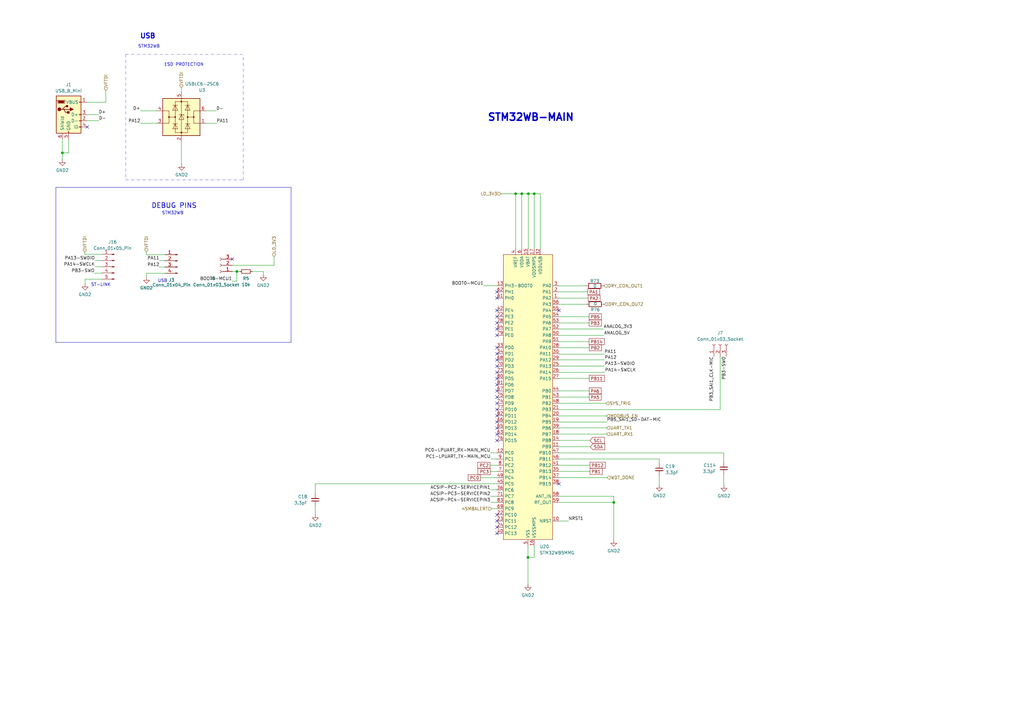
<source format=kicad_sch>
(kicad_sch (version 20231120) (generator "eeschema") (generator_version "8.0")
  (paper "A3")
  (title_block (title "PWX-Schematic_Repo") (date "2024-10-04") (rev "0") (company "Packetworx") (comment 1 "J.Javier"))
  (lib_symbols
    (symbol "Connector:Conn_01x03_Socket" (pin_names (offset 1.016) hide)
      (property "Reference" "J" (at 0 5.08 0))
      (property "Value" "Conn_01x03_Socket" (at 0 -5.08 0))
      (symbol "Conn_01x03_Socket_1_1"
        (arc (start 0 -2.032) (mid -0.5058 -2.54) (end 0 -3.048) (stroke (width 0.1524)))
        (polyline (pts (xy -1.27 -2.54) (xy -0.508 -2.54)) (stroke (width 0.1524)))
        (polyline (pts (xy -1.27 0) (xy -0.508 0)) (stroke (width 0.1524)))
        (polyline (pts (xy -1.27 2.54) (xy -0.508 2.54)) (stroke (width 0.1524)))
        (arc (start 0 0.508) (mid -0.5058 0) (end 0 -0.508) (stroke (width 0.1524)))
        (arc (start 0 3.048) (mid -0.5058 2.54) (end 0 2.032) (stroke (width 0.1524)))
        (pin passive line (at -5.08 2.54 0) (length 3.81) (name "Pin_1") (number "1"))
        (pin passive line (at -5.08 0 0) (length 3.81) (name "Pin_2") (number "2"))
        (pin passive line (at -5.08 -2.54 0) (length 3.81) (name "Pin_3") (number "3"))
      )
    )
    (symbol "Connector:Conn_01x04_Pin" (pin_names (offset 1.016) hide)
      (property "Reference" "J" (at 0 5.08 0))
      (property "Value" "Conn_01x04_Pin" (at 0 -7.62 0))
      (symbol "Conn_01x04_Pin_1_1"
        (polyline (pts (xy 1.27 -5.08) (xy 0.8636 -5.08)) (stroke (width 0.1524)))
        (polyline (pts (xy 1.27 -2.54) (xy 0.8636 -2.54)) (stroke (width 0.1524)))
        (polyline (pts (xy 1.27 0) (xy 0.8636 0)) (stroke (width 0.1524)))
        (polyline (pts (xy 1.27 2.54) (xy 0.8636 2.54)) (stroke (width 0.1524)))
        (rectangle (start 0.8636 -4.953) (end 0 -5.207) (stroke (width 0.1524)) (fill (type outline)))
        (rectangle (start 0.8636 -2.413) (end 0 -2.667) (stroke (width 0.1524)) (fill (type outline)))
        (rectangle (start 0.8636 0.127) (end 0 -0.127) (stroke (width 0.1524)) (fill (type outline)))
        (rectangle (start 0.8636 2.667) (end 0 2.413) (stroke (width 0.1524)) (fill (type outline)))
        (pin passive line (at 5.08 2.54 180) (length 3.81) (name "Pin_1") (number "1"))
        (pin passive line (at 5.08 0 180) (length 3.81) (name "Pin_2") (number "2"))
        (pin passive line (at 5.08 -2.54 180) (length 3.81) (name "Pin_3") (number "3"))
        (pin passive line (at 5.08 -5.08 180) (length 3.81) (name "Pin_4") (number "4"))
      )
    )
    (symbol "Connector:Conn_01x05_Pin" (pin_names (offset 1.016) hide)
      (property "Reference" "J" (at 0 7.62 0))
      (property "Value" "Conn_01x05_Pin" (at 0 -7.62 0))
      (symbol "Conn_01x05_Pin_1_1"
        (polyline (pts (xy 1.27 -5.08) (xy 0.8636 -5.08)) (stroke (width 0.1524)))
        (polyline (pts (xy 1.27 -2.54) (xy 0.8636 -2.54)) (stroke (width 0.1524)))
        (polyline (pts (xy 1.27 0) (xy 0.8636 0)) (stroke (width 0.1524)))
        (polyline (pts (xy 1.27 2.54) (xy 0.8636 2.54)) (stroke (width 0.1524)))
        (polyline (pts (xy 1.27 5.08) (xy 0.8636 5.08)) (stroke (width 0.1524)))
        (rectangle (start 0.8636 -4.953) (end 0 -5.207) (stroke (width 0.1524)) (fill (type outline)))
        (rectangle (start 0.8636 -2.413) (end 0 -2.667) (stroke (width 0.1524)) (fill (type outline)))
        (rectangle (start 0.8636 0.127) (end 0 -0.127) (stroke (width 0.1524)) (fill (type outline)))
        (rectangle (start 0.8636 2.667) (end 0 2.413) (stroke (width 0.1524)) (fill (type outline)))
        (rectangle (start 0.8636 5.207) (end 0 4.953) (stroke (width 0.1524)) (fill (type outline)))
        (pin passive line (at 5.08 5.08 180) (length 3.81) (name "Pin_1") (number "1"))
        (pin passive line (at 5.08 2.54 180) (length 3.81) (name "Pin_2") (number "2"))
        (pin passive line (at 5.08 0 180) (length 3.81) (name "Pin_3") (number "3"))
        (pin passive line (at 5.08 -2.54 180) (length 3.81) (name "Pin_4") (number "4"))
        (pin passive line (at 5.08 -5.08 180) (length 3.81) (name "Pin_5") (number "5"))
      )
    )
    (symbol "Connector:USB_B_Mini" (pin_names (offset 1.016))
      (property "Reference" "J" (at -5.08 11.43 0))
      (property "Value" "USB_B_Mini" (at -5.08 8.89 0))
      (symbol "USB_B_Mini_0_1"
        (rectangle (start -5.08 -7.62) (end 5.08 7.62) (stroke (width 0.254)) (fill (type background)))
        (circle (center -3.81 2.159) (radius 0.635) (stroke (width 0.254)) (fill (type outline)))
        (circle (center -0.635 3.429) (radius 0.381) (stroke (width 0.254)) (fill (type outline)))
        (rectangle (start -0.127 -7.62) (end 0.127 -6.858))
        (polyline (pts (xy -1.905 2.159) (xy 0.635 2.159)) (stroke (width 0.254)))
        (polyline (pts (xy -3.175 2.159) (xy -2.54 2.159) (xy -1.27 3.429) (xy -0.635 3.429)) (stroke (width 0.254)))
        (polyline (pts (xy -2.54 2.159) (xy -1.905 2.159) (xy -1.27 0.889) (xy 0 0.889)) (stroke (width 0.254)))
        (polyline (pts (xy 0.635 2.794) (xy 0.635 1.524) (xy 1.905 2.159) (xy 0.635 2.794)) (stroke (width 0.254)) (fill (type outline)))
        (polyline (pts (xy -4.318 5.588) (xy -1.778 5.588) (xy -2.032 4.826) (xy -4.064 4.826) (xy -4.318 5.588)) (fill (type outline)))
        (polyline (pts (xy -4.699 5.842) (xy -4.699 5.588) (xy -4.445 4.826) (xy -4.445 4.572) (xy -1.651 4.572) (xy -1.651 4.826) (xy -1.397 5.588) (xy -1.397 5.842) (xy -4.699 5.842)))
        (rectangle (start 0.254 1.27) (end -0.508 0.508) (stroke (width 0.254)) (fill (type outline)))
        (rectangle (start 5.08 -5.207) (end 4.318 -4.953))
        (rectangle (start 5.08 -2.667) (end 4.318 -2.413))
        (rectangle (start 5.08 -0.127) (end 4.318 0.127))
        (rectangle (start 5.08 4.953) (end 4.318 5.207))
      )
      (symbol "USB_B_Mini_1_1"
        (pin power_out line (at 7.62 5.08 180) (length 2.54) (name "VBUS") (number "1"))
        (pin bidirectional line (at 7.62 -2.54 180) (length 2.54) (name "D-") (number "2"))
        (pin bidirectional line (at 7.62 0 180) (length 2.54) (name "D+") (number "3"))
        (pin passive line (at 7.62 -5.08 180) (length 2.54) (name "ID") (number "4"))
        (pin power_out line (at 0 -10.16 90) (length 2.54) (name "GND") (number "5"))
        (pin passive line (at -2.54 -10.16 90) (length 2.54) (name "Shield") (number "6"))
      )
    )
    (symbol "Device:C_Small" (pin_numbers hide) (pin_names (offset 0.254) hide)
      (property "Reference" "C" (at 0.254 1.778 0))
      (property "Value" "C_Small" (at 0.254 -2.032 0))
      (symbol "C_Small_0_1"
        (polyline (pts (xy -1.524 -0.508) (xy 1.524 -0.508)) (stroke (width 0.3302)))
        (polyline (pts (xy -1.524 0.508) (xy 1.524 0.508)) (stroke (width 0.3048)))
      )
      (symbol "C_Small_1_1"
        (pin passive line (at 0 2.54 270) (length 2.032) (name "~") (number "1"))
        (pin passive line (at 0 -2.54 90) (length 2.032) (name "~") (number "2"))
      )
    )
    (symbol "Device:R" (pin_numbers hide) (pin_names (offset 0))
      (property "Reference" "R" (at 2.032 0 90))
      (property "Value" "R" (at 0 0 90))
      (symbol "R_0_1"
        (rectangle (start -1.016 -2.54) (end 1.016 2.54) (stroke (width 0.254)))
      )
      (symbol "R_1_1"
        (pin passive line (at 0 3.81 270) (length 1.27) (name "~") (number "1"))
        (pin passive line (at 0 -3.81 90) (length 1.27) (name "~") (number "2"))
      )
    )
    (symbol "Device:R_Small" (pin_numbers hide) (pin_names (offset 0.254) hide)
      (property "Reference" "R" (at 0.762 0.508 0))
      (property "Value" "R_Small" (at 0.762 -1.016 0))
      (symbol "R_Small_0_1"
        (rectangle (start -0.762 1.778) (end 0.762 -1.778) (stroke (width 0.2032)))
      )
      (symbol "R_Small_1_1"
        (pin passive line (at 0 2.54 270) (length 0.762) (name "~") (number "1"))
        (pin passive line (at 0 -2.54 90) (length 0.762) (name "~") (number "2"))
      )
    )
    (symbol "Power_Protection:USBLC6-2SC6" (pin_names hide)
      (property "Reference" "U" (at 2.54 8.89 0))
      (property "Value" "USBLC6-2SC6" (at 2.54 -8.89 0))
      (symbol "USBLC6-2SC6_0_1"
        (rectangle (start -7.62 -7.62) (end 7.62 7.62) (stroke (width 0.254)) (fill (type background)))
        (circle (center -5.08 0) (radius 0.254) (fill (type outline)))
        (circle (center -2.54 0) (radius 0.254) (fill (type outline)))
        (rectangle (start -2.54 6.35) (end 2.54 -6.35))
        (circle (center 0 -6.35) (radius 0.254) (fill (type outline)))
        (polyline (pts (xy -5.08 -2.54) (xy -7.62 -2.54)))
        (polyline (pts (xy -5.08 0) (xy -5.08 -2.54)))
        (polyline (pts (xy -5.08 2.54) (xy -7.62 2.54)))
        (polyline (pts (xy -1.524 -2.794) (xy -3.556 -2.794)))
        (polyline (pts (xy -1.524 4.826) (xy -3.556 4.826)))
        (polyline (pts (xy 0 -7.62) (xy 0 -6.35)))
        (polyline (pts (xy 0 -6.35) (xy 0 1.27)))
        (polyline (pts (xy 0 1.27) (xy 0 6.35)))
        (polyline (pts (xy 0 6.35) (xy 0 7.62)))
        (polyline (pts (xy 1.524 -2.794) (xy 3.556 -2.794)))
        (polyline (pts (xy 1.524 4.826) (xy 3.556 4.826)))
        (polyline (pts (xy 5.08 -2.54) (xy 7.62 -2.54)))
        (polyline (pts (xy 5.08 0) (xy 5.08 -2.54)))
        (polyline (pts (xy 5.08 2.54) (xy 7.62 2.54)))
        (polyline (pts (xy -2.54 0) (xy -5.08 0) (xy -5.08 2.54)))
        (polyline (pts (xy 2.54 0) (xy 5.08 0) (xy 5.08 2.54)))
        (polyline (pts (xy -3.556 -4.826) (xy -1.524 -4.826) (xy -2.54 -2.794) (xy -3.556 -4.826)))
        (polyline (pts (xy -3.556 2.794) (xy -1.524 2.794) (xy -2.54 4.826) (xy -3.556 2.794)))
        (polyline (pts (xy -1.016 -1.016) (xy 1.016 -1.016) (xy 0 1.016) (xy -1.016 -1.016)))
        (polyline (pts (xy 1.016 1.016) (xy 0.762 1.016) (xy -1.016 1.016) (xy -1.016 0.508)))
        (polyline (pts (xy 3.556 -4.826) (xy 1.524 -4.826) (xy 2.54 -2.794) (xy 3.556 -4.826)))
        (polyline (pts (xy 3.556 2.794) (xy 1.524 2.794) (xy 2.54 4.826) (xy 3.556 2.794)))
        (circle (center 0 6.35) (radius 0.254) (fill (type outline)))
        (circle (center 2.54 0) (radius 0.254) (fill (type outline)))
        (circle (center 5.08 0) (radius 0.254) (fill (type outline)))
      )
      (symbol "USBLC6-2SC6_1_1"
        (pin passive line (at -10.16 -2.54 0) (length 2.54) (name "I/O1") (number "1"))
        (pin passive line (at 0 -10.16 90) (length 2.54) (name "GND") (number "2"))
        (pin passive line (at 10.16 -2.54 180) (length 2.54) (name "I/O2") (number "3"))
        (pin passive line (at 10.16 2.54 180) (length 2.54) (name "I/O2") (number "4"))
        (pin passive line (at 0 10.16 270) (length 2.54) (name "VBUS") (number "5"))
        (pin passive line (at -10.16 2.54 0) (length 2.54) (name "I/O1") (number "6"))
      )
    )
    (symbol "RF_Module:STM32WB5MMG"
      (property "Reference" "U" (at 7.62 59.69 0))
      (property "Value" "STM32WB5MMG" (at 10.16 -59.69 0))
      (symbol "STM32WB5MMG_1_1"
        (rectangle (start -10.16 58.42) (end 10.16 -58.42) (fill (type background)))
        (pin bidirectional line (at 12.7 40.64 180) (length 2.54) (name "PA2") (number "1"))
        (pin input line (at 12.7 -50.8 180) (length 2.54) (name "NRST") (number "10"))
        (pin bidirectional line (at 12.7 -20.32 180) (length 2.54) (name "PB9") (number "11"))
        (pin bidirectional line (at -12.7 -22.86 0) (length 2.54) (name "PC0") (number "12"))
        (pin bidirectional line (at -12.7 45.72 0) (length 2.54) (name "PH3-BOOT0") (number "13"))
        (pin bidirectional line (at 12.7 -17.78 180) (length 2.54) (name "PB8") (number "14"))
        (pin power_in line (at 0 60.96 270) (length 2.54) (name "VBAT") (number "15"))
        (pin power_in line (at 2.54 -60.96 90) (length 2.54) (name "VSSSMPS") (number "16"))
        (pin power_in line (at 2.54 60.96 270) (length 2.54) (name "VDDSMPS") (number "17"))
        (pin bidirectional line (at 12.7 -15.24 180) (length 2.54) (name "PB7") (number "18"))
        (pin bidirectional line (at 12.7 -10.16 180) (length 2.54) (name "PB5") (number "19"))
        (pin bidirectional line (at 12.7 43.18 180) (length 2.54) (name "PA1") (number "2"))
        (pin bidirectional line (at 12.7 -7.62 180) (length 2.54) (name "PB4") (number "20"))
        (pin bidirectional line (at 12.7 -5.08 180) (length 2.54) (name "PB3") (number "21"))
        (pin bidirectional line (at -12.7 -48.26 0) (length 2.54) (name "PC10") (number "22"))
        (pin bidirectional line (at -12.7 -50.8 0) (length 2.54) (name "PC11") (number "23"))
        (pin bidirectional line (at -12.7 -53.34 0) (length 2.54) (name "PC12") (number "24"))
        (pin bidirectional line (at 12.7 12.7 180) (length 2.54) (name "PA13") (number "25"))
        (pin bidirectional line (at 12.7 10.16 180) (length 2.54) (name "PA14") (number "26"))
        (pin bidirectional line (at 12.7 7.62 180) (length 2.54) (name "PA15") (number "27"))
        (pin bidirectional line (at 12.7 20.32 180) (length 2.54) (name "PA10") (number "28"))
        (pin bidirectional line (at 12.7 15.24 180) (length 2.54) (name "PA12") (number "29"))
        (pin bidirectional line (at 12.7 45.72 180) (length 2.54) (name "PA0") (number "3"))
        (pin bidirectional line (at 12.7 17.78 180) (length 2.54) (name "PA11") (number "30"))
        (pin passive line (at 0 -60.96 90) (length 2.54) hide (name "VSS") (number "31"))
        (pin power_in line (at 5.08 60.96 270) (length 2.54) (name "VDDUSB") (number "32"))
        (pin bidirectional line (at -12.7 20.32 0) (length 2.54) (name "PD0") (number "33"))
        (pin bidirectional line (at -12.7 17.78 0) (length 2.54) (name "PD1") (number "34"))
        (pin bidirectional line (at 12.7 -30.48 180) (length 2.54) (name "PB13") (number "35"))
        (pin bidirectional line (at -12.7 -38.1 0) (length 2.54) (name "PC6") (number "36"))
        (pin bidirectional line (at 12.7 -33.02 180) (length 2.54) (name "PB14") (number "37"))
        (pin bidirectional line (at 12.7 -35.56 180) (length 2.54) (name "PB15") (number "38"))
        (pin bidirectional line (at 12.7 -12.7 180) (length 2.54) (name "PB6") (number "39"))
        (pin input line (at -5.08 60.96 270) (length 2.54) (name "VREF") (number "4"))
        (pin bidirectional line (at -12.7 -55.88 0) (length 2.54) (name "PC13") (number "40"))
        (pin bidirectional line (at 12.7 -27.94 180) (length 2.54) (name "PB12") (number "41"))
        (pin bidirectional line (at -12.7 35.56 0) (length 2.54) (name "PE4") (number "42"))
        (pin bidirectional line (at 12.7 0 180) (length 2.54) (name "PB1") (number "43"))
        (pin bidirectional line (at 12.7 2.54 180) (length 2.54) (name "PB0") (number "44"))
        (pin bidirectional line (at -12.7 -35.56 0) (length 2.54) (name "PC5") (number "45"))
        (pin bidirectional line (at 12.7 -25.4 180) (length 2.54) (name "PB11") (number "46"))
        (pin bidirectional line (at 12.7 -22.86 180) (length 2.54) (name "PB10") (number "47"))
        (pin bidirectional line (at 12.7 -2.54 180) (length 2.54) (name "PB2") (number "48"))
        (pin bidirectional line (at -12.7 -33.02 0) (length 2.54) (name "PC4") (number "49"))
        (pin power_in line (at 0 -60.96 90) (length 2.54) (name "VSS") (number "5"))
        (pin bidirectional line (at 12.7 25.4 180) (length 2.54) (name "PA8") (number "50"))
        (pin bidirectional line (at 12.7 22.86 180) (length 2.54) (name "PA9") (number "51"))
        (pin bidirectional line (at 12.7 27.94 180) (length 2.54) (name "PA7") (number "52"))
        (pin bidirectional line (at 12.7 30.48 180) (length 2.54) (name "PA6") (number "53"))
        (pin bidirectional line (at 12.7 33.02 180) (length 2.54) (name "PA5") (number "54"))
        (pin bidirectional line (at 12.7 35.56 180) (length 2.54) (name "PA4") (number "55"))
        (pin bidirectional line (at 12.7 38.1 180) (length 2.54) (name "PA3") (number "56"))
        (pin passive line (at 0 -60.96 90) (length 2.54) hide (name "VSS") (number "57"))
        (pin passive line (at 12.7 -40.64 180) (length 2.54) (name "ANT_IN") (number "58"))
        (pin passive line (at 12.7 -43.18 180) (length 2.54) (name "RF_OUT") (number "59"))
        (pin power_in line (at -2.54 60.96 270) (length 2.54) (name "VDDA") (number "6"))
        (pin passive line (at 0 -60.96 90) (length 2.54) hide (name "VSS") (number "60"))
        (pin bidirectional line (at -12.7 40.64 0) (length 2.54) (name "PH0") (number "61"))
        (pin bidirectional line (at -12.7 43.18 0) (length 2.54) (name "PH1") (number "62"))
        (pin bidirectional line (at -12.7 -15.24 0) (length 2.54) (name "PD14") (number "63"))
        (pin bidirectional line (at -12.7 27.94 0) (length 2.54) (name "PE1") (number "64"))
        (pin bidirectional line (at -12.7 -12.7 0) (length 2.54) (name "PD13") (number "65"))
        (pin bidirectional line (at -12.7 -10.16 0) (length 2.54) (name "PD12") (number "66"))
        (pin bidirectional line (at -12.7 2.54 0) (length 2.54) (name "PD7") (number "67"))
        (pin bidirectional line (at -12.7 15.24 0) (length 2.54) (name "PD2") (number "68"))
        (pin bidirectional line (at -12.7 -45.72 0) (length 2.54) (name "PC9") (number "69"))
        (pin bidirectional line (at -12.7 -30.48 0) (length 2.54) (name "PC3") (number "7"))
        (pin bidirectional line (at -12.7 12.7 0) (length 2.54) (name "PD3") (number "70"))
        (pin bidirectional line (at -12.7 -40.64 0) (length 2.54) (name "PC7") (number "71"))
        (pin bidirectional line (at -12.7 33.02 0) (length 2.54) (name "PE3") (number "72"))
        (pin bidirectional line (at -12.7 10.16 0) (length 2.54) (name "PD4") (number "73"))
        (pin bidirectional line (at -12.7 -2.54 0) (length 2.54) (name "PD9") (number "74"))
        (pin bidirectional line (at -12.7 0 0) (length 2.54) (name "PD8") (number "75"))
        (pin bidirectional line (at -12.7 -17.78 0) (length 2.54) (name "PD15") (number "76"))
        (pin bidirectional line (at -12.7 -5.08 0) (length 2.54) (name "PD10") (number "77"))
        (pin bidirectional line (at -12.7 30.48 0) (length 2.54) (name "PE2") (number "78"))
        (pin bidirectional line (at -12.7 25.4 0) (length 2.54) (name "PE0") (number "79"))
        (pin bidirectional line (at -12.7 -27.94 0) (length 2.54) (name "PC2") (number "8"))
        (pin bidirectional line (at -12.7 7.62 0) (length 2.54) (name "PD5") (number "80"))
        (pin bidirectional line (at -12.7 5.08 0) (length 2.54) (name "PD6") (number "81"))
        (pin bidirectional line (at -12.7 -7.62 0) (length 2.54) (name "PD11") (number "82"))
        (pin bidirectional line (at -12.7 -43.18 0) (length 2.54) (name "PC8") (number "83"))
        (pin passive line (at 0 -60.96 90) (length 2.54) hide (name "VSS") (number "84"))
        (pin no_connect line (at 10.16 -45.72 180) (length 2.54) hide (name "ANT_NC") (number "85"))
        (pin passive line (at 0 -60.96 90) (length 2.54) hide (name "VSS") (number "86"))
        (pin bidirectional line (at -12.7 -25.4 0) (length 2.54) (name "PC1") (number "9"))
      )
    )
    (symbol "power:GND2" (power) (pin_names (offset 0))
      (property "Value" "GND2" (at 0 -3.81 0))
      (symbol "GND2_0_1"
        (polyline (pts (xy 0 0) (xy 0 -1.27) (xy 1.27 -1.27) (xy 0 -2.54) (xy -1.27 -1.27) (xy 0 -1.27)))
      )
      (symbol "GND2_1_1"
        (pin power_in line (at 0 0 270) (length 0) hide (name "GND2") (number "1"))
      )
    )
  )
  (junction (at 214.0096 79.4445))
  (junction (at 216.5496 228.6386))
  (junction (at 211.4696 79.4445))
  (junction (at 25.5975 62.697))
  (junction (at 251.7436 206.073))
  (junction (at 97.1491 111.3477))
  (junction (at 216.709 79.4445))
  (junction (at 219.1095 79.4445))
  (no_connect (at 203.8496 216.233))
  (no_connect (at 203.8496 160.353))
  (no_connect (at 229.2496 127.333))
  (no_connect (at 203.8496 132.413))
  (no_connect (at 203.8496 122.253))
  (no_connect (at 35.7575 52.0709))
  (no_connect (at 203.8496 145.113))
  (no_connect (at 203.8496 218.773))
  (no_connect (at 203.8496 142.573))
  (no_connect (at 229.2496 198.453))
  (no_connect (at 203.8496 127.333))
  (no_connect (at 203.8496 152.733))
  (no_connect (at 203.8496 211.153))
  (no_connect (at 203.8496 178.133))
  (no_connect (at 203.8496 150.193))
  (no_connect (at 203.8496 147.653))
  (no_connect (at 203.8496 170.513))
  (no_connect (at 203.8496 165.433))
  (no_connect (at 203.8496 175.593))
  (no_connect (at 203.8496 119.713))
  (no_connect (at 203.8496 213.693))
  (no_connect (at 203.8496 173.053))
  (no_connect (at 203.8496 155.273))
  (no_connect (at 95.2995 106.2785))
  (no_connect (at 203.8496 157.813))
  (no_connect (at 203.8496 137.493))
  (no_connect (at 203.8496 162.893))
  (no_connect (at 203.8496 167.973))
  (no_connect (at 203.8496 129.873))
  (no_connect (at 203.8496 180.673))
  (no_connect (at 203.8496 134.953))
  (wire (pts (xy 25.5975 62.697) (xy 25.5975 65.4385)))
  (wire (pts (xy 28.1375 57.1509) (xy 28.1375 62.697)))
  (wire (pts (xy 241.9868 180.6347) (xy 229.2496 180.6347)))
  (wire (pts (xy 229.2496 160.3383) (xy 229.2496 160.353)))
  (wire (pts (xy 28.1375 62.697) (xy 25.5975 62.697)))
  (wire (pts (xy 295.3667 167.9881) (xy 295.3667 146.2044)))
  (wire (pts (xy 229.2496 117.2504) (xy 229.2496 117.173)))
  (wire (pts (xy 241.6659 160.3383) (xy 229.2496 160.3383)))
  (wire (pts (xy 241.6733 162.8675) (xy 229.2496 162.8675)))
  (wire (pts (xy 229.2496 180.6347) (xy 229.2496 180.673)))
  (polyline (pts (xy 119.3757 140.4537) (xy 119.3757 76.8597)))
  (wire (pts (xy 233.1213 213.693) (xy 233.1213 213.6879)))
  (wire (pts (xy 216.709 101.933) (xy 216.5496 101.933)))
  (wire (pts (xy 201.1775 185.753) (xy 201.1775 185.646)))
  (wire (pts (xy 65.3831 106.8591) (xy 67.6636 106.8591)))
  (wire (pts (xy 95.2995 111.3477) (xy 95.2995 111.3585)))
  (wire (pts (xy 97.1491 111.3477) (xy 97.1491 115.3169)))
  (wire (pts (xy 112.4134 108.8185) (xy 112.4134 105.214)))
  (wire (pts (xy 240.3141 124.764) (xy 229.2496 124.764)))
  (wire (pts (xy 219.1095 79.4445) (xy 219.1095 101.933)))
  (wire (pts (xy 34.7875 104.3183) (xy 41.7433 104.3183)))
  (wire (pts (xy 229.2496 178.0424) (xy 229.2496 178.133)))
  (wire (pts (xy 229.2496 170.5995) (xy 229.2496 170.513)))
  (wire (pts (xy 229.2496 132.4695) (xy 229.2496 132.413)))
  (wire (pts (xy 201.2363 188.2363) (xy 203.8496 188.2363)))
  (wire (pts (xy 129.3016 211.078) (xy 129.3423 211.078)))
  (wire (pts (xy 97.1491 111.3477) (xy 95.2995 111.3477)))
  (wire (pts (xy 203.8496 203.5125) (xy 203.8496 203.533)))
  (wire (pts (xy 248.7583 175.4987) (xy 229.2496 175.4987)))
  (wire (pts (xy 129.3016 198.8141) (xy 129.3016 202.4329)))
  (wire (pts (xy 84.56 45.4763) (xy 88.6682 45.4763)))
  (wire (pts (xy 229.2496 195.8857) (xy 229.2496 195.913)))
  (wire (pts (xy 247.5421 134.9381) (xy 229.2496 134.9381)))
  (wire (pts (xy 248.5057 165.424) (xy 229.2496 165.424)))
  (wire (pts (xy 216.5496 223.853) (xy 216.5496 228.6386)))
  (wire (pts (xy 95.2995 108.8185) (xy 112.4134 108.8185)))
  (wire (pts (xy 229.2496 150.1415) (xy 229.2496 150.193)))
  (wire (pts (xy 34.7875 103.396) (xy 34.7875 104.3183)))
  (wire (pts (xy 248.7144 170.5995) (xy 229.2496 170.5995)))
  (wire (pts (xy 201.6616 208.66) (xy 201.6616 208.613)))
  (wire (pts (xy 296.8584 194.638) (xy 296.8584 198.9933)))
  (wire (pts (xy 41.7433 106.8428) (xy 41.7433 106.8583)))
  (wire (pts (xy 201.0135 190.833) (xy 203.8496 190.833)))
  (wire (pts (xy 67.6636 106.8591) (xy 67.6636 106.9783)))
  (wire (pts (xy 216.709 79.4445) (xy 219.1095 79.4445)))
  (wire (pts (xy 129.3524 198.8141) (xy 129.3016 198.8141)))
  (wire (pts (xy 64.24 45.4763) (xy 57.5761 45.4763)))
  (wire (pts (xy 201.134 206.0444) (xy 203.8496 206.0444)))
  (wire (pts (xy 129.3524 198.453) (xy 203.8496 198.453)))
  (wire (pts (xy 98.3401 111.3477) (xy 97.1491 111.3477)))
  (wire (pts (xy 219.0896 228.6386) (xy 216.5496 228.6386)))
  (wire (pts (xy 201.0135 190.8294) (xy 201.0135 190.833)))
  (wire (pts (xy 229.2496 185.7784) (xy 229.2496 185.753)))
  (wire (pts (xy 203.8496 195.9278) (xy 203.8496 195.913)))
  (wire (pts (xy 65.3884 109.5183) (xy 65.3884 109.559)))
  (wire (pts (xy 229.2496 124.764) (xy 229.2496 124.793)))
  (wire (pts (xy 60.0897 112.0583) (xy 67.6636 112.0583)))
  (wire (pts (xy 241.2288 122.253) (xy 229.2496 122.253)))
  (wire (pts (xy 35.7575 49.5309) (xy 40.5029 49.5309)))
  (polyline (pts (xy 22.9425 76.8597) (xy 119.3757 76.8597)))
  (wire (pts (xy 211.4696 79.4445) (xy 214.0096 79.4445)))
  (wire (pts (xy 241.6236 132.4695) (xy 229.2496 132.4695)))
  (wire (pts (xy 57.5901 50.578) (xy 64.24 50.578)))
  (wire (pts (xy 40.4388 46.9909) (xy 40.4388 46.9588)))
  (wire (pts (xy 229.2496 175.4987) (xy 229.2496 175.593)))
  (wire (pts (xy 229.2496 167.9881) (xy 229.2496 167.973)))
  (wire (pts (xy 241.6727 155.1866) (xy 229.2496 155.1866)))
  (wire (pts (xy 229.2496 162.8675) (xy 229.2496 162.893)))
  (wire (pts (xy 34.8881 116.412) (xy 34.8881 114.4783)))
  (wire (pts (xy 201.0804 193.3897) (xy 201.0804 193.373)))
  (wire (pts (xy 248.1002 152.744) (xy 229.2496 152.744)))
  (wire (pts (xy 216.5496 228.6386) (xy 216.5496 239.7226)))
  (wire (pts (xy 74.4 37.8563) (xy 74.4 35.99)))
  (wire (pts (xy 296.8584 185.7784) (xy 296.8584 189.558)))
  (wire (pts (xy 214.0096 79.4445) (xy 216.709 79.4445)))
  (wire (pts (xy 25.5975 57.1509) (xy 25.5975 62.697)))
  (wire (pts (xy 38.9334 109.3968) (xy 41.7433 109.3968)))
  (wire (pts (xy 241.9928 190.815) (xy 229.2496 190.815)))
  (wire (pts (xy 219.0896 223.853) (xy 219.0896 228.6386)))
  (wire (pts (xy 203.8496 117.1843) (xy 203.8496 117.173)))
  (wire (pts (xy 229.2496 137.5785) (xy 229.2496 137.493)))
  (wire (pts (xy 229.2496 129.9147) (xy 229.2496 129.873)))
  (wire (pts (xy 241.1107 119.7067) (xy 241.1107 119.713)))
  (wire (pts (xy 229.2496 134.9381) (xy 229.2496 134.953)))
  (wire (pts (xy 107.9972 111.3477) (xy 107.9972 112.6391)))
  (polyline (pts (xy 51.5508 22.3328) (xy 99.8146 22.3328)) (stroke (width 0.1) (type dash_dot_dot)))
  (wire (pts (xy 248.0021 150.1415) (xy 229.2496 150.1415)))
  (wire (pts (xy 229.2496 193.338) (xy 229.2496 193.373)))
  (wire (pts (xy 240.1325 117.2504) (xy 229.2496 117.2504)))
  (wire (pts (xy 129.3524 198.8141) (xy 129.3524 198.453)))
  (wire (pts (xy 40.5029 49.5309) (xy 40.5029 49.4918)))
  (wire (pts (xy 248.7864 178.0424) (xy 229.2496 178.0424)))
  (wire (pts (xy 229.2496 213.693) (xy 233.1213 213.693)))
  (wire (pts (xy 200.9881 190.8294) (xy 201.0135 190.8294)))
  (wire (pts (xy 203.8496 188.2363) (xy 203.8496 188.293)))
  (wire (pts (xy 270.4084 198.9097) (xy 270.4282 198.9097)))
  (wire (pts (xy 216.5496 239.7226) (xy 216.5553 239.7226)))
  (wire (pts (xy 84.56 50.5563) (xy 88.7925 50.5563)))
  (wire (pts (xy 205.4768 79.4445) (xy 211.4696 79.4445)))
  (wire (pts (xy 25.5975 65.4385) (xy 25.5911 65.4385)))
  (wire (pts (xy 38.7985 112.0307) (xy 41.7433 112.0307)))
  (wire (pts (xy 198.3787 117.1843) (xy 203.8496 117.1843)))
  (wire (pts (xy 241.1107 119.713) (xy 229.2496 119.713)))
  (wire (pts (xy 201.1576 203.5125) (xy 203.8496 203.5125)))
  (wire (pts (xy 97.1491 115.3169) (xy 95.1425 115.3169)))
  (wire (pts (xy 229.2496 155.1866) (xy 229.2496 155.273)))
  (wire (pts (xy 229.2496 185.7784) (xy 296.8584 185.7784)))
  (wire (pts (xy 219.1095 79.4445) (xy 221.6296 79.4445)))
  (wire (pts (xy 203.8496 206.0444) (xy 203.8496 206.073)))
  (wire (pts (xy 241.9978 193.338) (xy 229.2496 193.338)))
  (wire (pts (xy 201.1845 200.9128) (xy 203.8496 200.9128)))
  (wire (pts (xy 229.2496 190.815) (xy 229.2496 190.833)))
  (wire (pts (xy 67.6636 104.4383) (xy 60.0381 104.4383)))
  (wire (pts (xy 129.3016 207.5129) (xy 129.3016 211.078)))
  (wire (pts (xy 229.2496 167.9881) (xy 295.3667 167.9881)))
  (wire (pts (xy 229.2496 206.073) (xy 251.7436 206.073)))
  (wire (pts (xy 296.8584 198.9933) (xy 296.9447 198.9933)))
  (wire (pts (xy 38.9176 106.8428) (xy 41.7433 106.8428)))
  (polyline (pts (xy 99.8146 73.8009) (xy 99.8146 22.3328)) (stroke (width 0.1) (type dash_dot_dot)))
  (wire (pts (xy 41.7433 109.3968) (xy 41.7433 109.3983)))
  (polyline (pts (xy 22.9336 140.4537) (xy 119.3757 140.4537)))
  (wire (pts (xy 197.0678 195.9278) (xy 203.8496 195.9278)))
  (wire (pts (xy 34.8881 114.4783) (xy 41.7433 114.4783)))
  (wire (pts (xy 60.0897 113.6828) (xy 60.0897 112.0583)))
  (wire (pts (xy 88.7925 50.5563) (xy 88.7925 50.566)))
  (wire (pts (xy 201.6616 208.613) (xy 203.8496 208.613)))
  (wire (pts (xy 214.0096 79.4445) (xy 214.0096 101.933)))
  (wire (pts (xy 64.24 50.578) (xy 64.24 50.5563)))
  (wire (pts (xy 241.6192 129.9147) (xy 229.2496 129.9147)))
  (wire (pts (xy 221.6296 79.4445) (xy 221.6296 101.933)))
  (polyline (pts (xy 51.5322 22.3261) (xy 51.5322 73.8009)) (stroke (width 0.1) (type dash_dot_dot)))
  (wire (pts (xy 248.9125 173.1086) (xy 229.2496 173.1086)))
  (wire (pts (xy 241.6536 142.6309) (xy 229.2496 142.6309)))
  (wire (pts (xy 211.4696 101.933) (xy 211.4696 79.4445)))
  (polyline (pts (xy 22.9336 76.8582) (xy 22.9336 140.4537)))
  (wire (pts (xy 251.7436 203.533) (xy 251.7436 206.073)))
  (wire (pts (xy 219.1095 101.933) (xy 219.0896 101.933)))
  (wire (pts (xy 247.9517 147.6022) (xy 229.2496 147.6022)))
  (wire (pts (xy 35.7575 41.9109) (xy 43.432 41.9109)))
  (wire (pts (xy 67.6636 109.5183) (xy 65.3884 109.5183)))
  (wire (pts (xy 229.2496 142.6309) (xy 229.2496 142.573)))
  (wire (pts (xy 229.2496 188.2535) (xy 270.4084 188.2535)))
  (wire (pts (xy 229.2496 183.23) (xy 229.2496 183.213)))
  (polyline (pts (xy 51.5322 73.8009) (xy 99.8146 73.8009)) (stroke (width 0.1) (type dash_dot_dot)))
  (wire (pts (xy 41.7433 112.0307) (xy 41.7433 111.9383)))
  (wire (pts (xy 229.2496 147.6022) (xy 229.2496 147.653)))
  (wire (pts (xy 229.2496 140.1141) (xy 229.2496 140.033)))
  (wire (pts (xy 248.9845 195.8857) (xy 229.2496 195.8857)))
  (wire (pts (xy 216.709 79.4445) (xy 216.709 101.933)))
  (wire (pts (xy 251.7436 206.073) (xy 251.7436 221.5197)))
  (wire (pts (xy 88.6682 45.4763) (xy 88.6682 45.4838)))
  (wire (pts (xy 241.2288 122.2837) (xy 241.2288 122.253)))
  (wire (pts (xy 35.7575 46.9909) (xy 40.4388 46.9909)))
  (wire (pts (xy 201.0804 193.373) (xy 203.8496 193.373)))
  (wire (pts (xy 229.2496 152.744) (xy 229.2496 152.733)))
  (wire (pts (xy 229.2496 165.424) (xy 229.2496 165.433)))
  (wire (pts (xy 229.2496 173.1086) (xy 229.2496 173.053)))
  (wire (pts (xy 247.8783 145.2383) (xy 229.2496 145.2383)))
  (wire (pts (xy 242.0839 183.23) (xy 229.2496 183.23)))
  (wire (pts (xy 60.0381 104.4383) (xy 60.0381 103.3021)))
  (wire (pts (xy 229.2496 145.2383) (xy 229.2496 145.113)))
  (wire (pts (xy 57.5761 45.4763) (xy 57.5761 45.4758)))
  (wire (pts (xy 247.7059 137.5785) (xy 229.2496 137.5785)))
  (wire (pts (xy 241.6024 140.1141) (xy 229.2496 140.1141)))
  (wire (pts (xy 203.8496 200.9128) (xy 203.8496 200.993)))
  (wire (pts (xy 103.4201 111.3477) (xy 107.9972 111.3477)))
  (wire (pts (xy 203.8496 185.753) (xy 201.1775 185.753)))
  (wire (pts (xy 229.2496 188.2535) (xy 229.2496 188.293)))
  (wire (pts (xy 270.4084 189.9974) (xy 270.4084 188.2535)))
  (wire (pts (xy 74.4 58.1763) (xy 74.4 67.3055)))
  (wire (pts (xy 229.2496 203.533) (xy 251.7436 203.533)))
  (wire (pts (xy 74.4 67.3055) (xy 74.4888 67.3055)))
  (wire (pts (xy 270.4084 195.0774) (xy 270.4084 198.9097)))
  (wire (pts (xy 43.432 41.9109) (xy 43.432 37.1072)))
  (text "STM32WB-MAIN" (at 199.8329 49.982 0) (effects (font (size 3 3) (bold yes)) (justify left bottom)))
  (text "ESD PROTECTION\n" (at 67.3263 27.3326 0) (effects (font (size 1.27 1.27)) (justify left bottom)))
  (text "USB" (at 57.3448 16.0649 0) (effects (font (size 2 2) (thickness 0.4) (bold yes)) (justify left bottom)))
  (text "STM32WB" (at 56.6119 19.8532 0) (effects (font (size 1.27 1.27)) (justify left bottom)))
  (text "USB" (at 64.6621 116.0179 0) (effects (font (size 1.27 1.27)) (justify left bottom)))
  (text "STM32WB" (at 66.3547 88.2081 0) (effects (font (size 1.27 1.27)) (justify left bottom)))
  (text "DEBUG PINS" (at 62.0591 85.6333 0) (effects (font (size 2 2) (thickness 0.254) (bold yes)) (justify left bottom)))
  (text "ST-LINK" (at 37.2976 117.6461 0) (effects (font (size 1.27 1.27)) (justify left bottom)))
  (label "PA14-SWCLK" (at 38.9334 109.3968 180))
  (label "PB3-SWO" (at 38.7985 112.0307 180))
  (label "PA12" (at 65.3884 109.559 180))
  (label "ANALOG_5V" (at 247.7059 137.5785 0) (property "Intersheetrefs" "${INTERSHEET_REFS}" (effects (hide yes))))
  (label "D+" (at 40.4388 46.9588 0))
  (label "PC0-LPUART_RX-MAIN_MCU" (at 201.1775 185.646 180))
  (label "PA12" (at 57.5901 50.578 180))
  (label "PA13-SWDIO" (at 38.9176 106.8428 180))
  (label "PA11" (at 65.3831 106.8591 180))
  (label "D+" (at 57.5761 45.4758 180))
  (label "PB5_SAI1_SD-DAT-MIC" (at 248.9125 173.1086 0))
  (label "D-" (at 88.6682 45.4838 0))
  (label "D-" (at 40.5029 49.4918 0))
  (label "PB3_SAI1_CLK-MIC" (at 292.8267 146.2044 270))
  (label "PA14-SWCLK" (at 248.1002 152.744 0))
  (label "PA12" (at 247.9517 147.6022 0))
  (label "PA11" (at 247.8783 145.2383 0))
  (label "ACSIP-PC4-SERVICEPIN3" (at 201.134 206.0444 180))
  (label "ANALOG_3V3" (at 247.5421 134.9381 0) (property "Intersheetrefs" "${INTERSHEET_REFS}" (effects (hide yes))))
  (label "NRST1" (at 233.1213 213.6879 0))
  (label "BOOT0-MCU1" (at 95.1425 115.3169 180))
  (label "PB3-SWO" (at 297.9067 146.2044 270))
  (label "BOOT0-MCU1" (at 198.3787 117.1843 180))
  (label "ACSIP-PC2-SERVICEPIN1" (at 201.1845 200.9128 180))
  (label "PC1-LPUART_TX-MAIN_MCU" (at 201.2363 188.2363 180))
  (label "PA13-SWDIO" (at 248.0021 150.1415 0))
  (label "ACSIP-PC3-SERVICEPIN2" (at 201.1576 203.5125 180))
  (label "PA11" (at 88.7925 50.566 0))
  (global_label "PB11" (shape passive) (at 241.6727 155.1866 0) (property "Intersheetrefs" "${INTERSHEET_REFS}" (effects (hide yes))))
  (global_label "PC3" (shape passive) (at 201.0804 193.3897 180) (property "Intersheetrefs" "${INTERSHEET_REFS}" (effects (hide yes))))
  (global_label "PC2" (shape passive) (at 200.9881 190.8294 180) (property "Intersheetrefs" "${INTERSHEET_REFS}" (effects (hide yes))))
  (global_label "SDA" (shape input) (at 242.0839 183.23 0) (property "Intersheetrefs" "${INTERSHEET_REFS}" (effects (hide yes))))
  (global_label "PB3" (shape passive) (at 241.6236 132.4695 0) (property "Intersheetrefs" "${INTERSHEET_REFS}" (effects (hide yes))))
  (global_label "PB1" (shape passive) (at 241.9978 193.338 0) (property "Intersheetrefs" "${INTERSHEET_REFS}" (effects (hide yes))))
  (global_label "PB14" (shape passive) (at 241.6024 140.1141 0) (property "Intersheetrefs" "${INTERSHEET_REFS}" (effects (hide yes))))
  (global_label "PA1" (shape passive) (at 241.1107 119.7067 0) (property "Intersheetrefs" "${INTERSHEET_REFS}" (effects (hide yes))))
  (global_label "PC0" (shape passive) (at 197.0678 195.9278 180) (property "Intersheetrefs" "${INTERSHEET_REFS}" (effects (hide yes))))
  (global_label "PB5" (shape passive) (at 241.6192 129.9147 0) (property "Intersheetrefs" "${INTERSHEET_REFS}" (effects (hide yes))))
  (global_label "PA6" (shape passive) (at 241.6659 160.3383 0) (property "Intersheetrefs" "${INTERSHEET_REFS}" (effects (hide yes))))
  (global_label "PB2" (shape passive) (at 241.6536 142.6309 0) (property "Intersheetrefs" "${INTERSHEET_REFS}" (effects (hide yes))))
  (global_label "PA5" (shape passive) (at 241.6733 162.8675 0) (property "Intersheetrefs" "${INTERSHEET_REFS}" (effects (hide yes))))
  (global_label "PA2" (shape passive) (at 241.2288 122.2837 0) (property "Intersheetrefs" "${INTERSHEET_REFS}" (effects (hide yes))))
  (global_label "SCL" (shape input) (at 241.9868 180.6347 0) (property "Intersheetrefs" "${INTERSHEET_REFS}" (effects (hide yes))))
  (global_label "PB12" (shape passive) (at 241.9928 190.815 0) (property "Intersheetrefs" "${INTERSHEET_REFS}" (effects (hide yes))))
  (hierarchical_label "SYS_TRIG" (shape input) (at 248.5057 165.424 0))
  (hierarchical_label "VFTDI" (shape input) (at 60.0381 103.3021 90))
  (hierarchical_label "nSMBALERT" (shape input) (at 201.6616 208.66 180))
  (hierarchical_label "WDT_DONE" (shape input) (at 248.9845 195.8857 0))
  (hierarchical_label "DRY_CON_OUT2" (shape input) (at 247.9341 124.764 0))
  (hierarchical_label "LD_3V3" (shape input) (at 205.4768 79.4445 180))
  (hierarchical_label "UART_TX1" (shape input) (at 248.7583 175.4987 0))
  (hierarchical_label "VFTDI" (shape input) (at 74.4 35.99 90))
  (hierarchical_label "LD_3V3" (shape input) (at 112.4134 105.214 90))
  (hierarchical_label "VFTDI" (shape input) (at 43.432 37.1072 90))
  (hierarchical_label "MODBUS_EN" (shape input) (at 248.7144 170.5995 0))
  (hierarchical_label "DRY_CON_OUT1" (shape input) (at 247.7525 117.2504 0))
  (hierarchical_label "VFTDI" (shape input) (at 34.7875 103.396 90))
  (hierarchical_label "UART_RX1" (shape input) (at 248.7864 178.0424 0))
  (symbol (lib_id "Connector:Conn_01x05_Pin") (at 46.8233 109.3983 0) (mirror y) (unit 1)
    (property "Reference" "J16" (at 46.1883 99.2498 0))
    (property "Value" "Conn_01x05_Pin" (at 46.1883 101.7898 0))
    (property "Footprint" "Connector_PinHeader_2.54mm:PinHeader_1x05_P2.54mm_Vertical" (effects (hide yes)))
  )
  (symbol (lib_id "Connector:Conn_01x04_Pin") (at 72.7436 106.9783 0) (mirror y) (unit 1)
    (property "Reference" "J3" (at 70.3663 114.8598 0))
    (property "Value" "Conn_01x04_Pin" (at 70.3981 116.8524 0))
    (property "Footprint" "Connector_PinHeader_2.54mm:PinHeader_1x04_P2.54mm_Vertical" (effects (hide yes)))
    (instances (project "Daughter-Board_BLE" (path "" (reference "J3") (unit 1))) (project "packetRFMS" (path "" (reference "J9") (unit 1))))
  )
  (symbol (lib_id "power:GND2") (at 129.3423 211.078 0) (unit 1)
    (property "Reference" "#PWR0106" (effects (hide yes)))
    (property "Value" "GND2" (at 129.3254 215.4627 0))
  )
  (symbol (lib_id "Connector:Conn_01x03_Socket") (at 90.2195 108.8185 180) (unit 1)
    (property "Reference" "J4" (at 87.2964 114.1444 0))
    (property "Value" "Conn_01x03_Socket" (at 88.6635 116.8027 0))
    (property "Footprint" "Connector_PinHeader_2.54mm:PinHeader_1x03_P2.54mm_Vertical" (effects (hide yes)))
    (instances (project "Daughter-Board_BLE" (path "" (reference "J4") (unit 1))) (project "packetRFMS" (path "" (reference "J10") (unit 1))))
  )
  (symbol (lib_id "Connector:USB_B_Mini") (at 28.1375 46.9909 0) (unit 1)
    (property "Reference" "J1" (at 28.1375 34.7141 0))
    (property "Value" "USB_B_Mini" (at 28.1375 37.2541 0))
    (property "Footprint" "Connector_USB:USB_Mini-B_Tensility_54-00023_Vertical_CircularHoles" (effects (hide yes)))
    (property "LCSC" "C2688797" (effects (hide yes)))
    (instances (project "Daughter-Board_BLE" (path "" (reference "J1") (unit 1))) (project "packetRFMS" (path "" (reference "J6") (unit 1))))
  )
  (symbol (lib_id "Device:R") (at 243.9425 117.2504 270) (unit 1)
    (property "Reference" "R73" (at 243.9392 115.2728 90))
    (property "Value" "0" (at 244.0028 117.3394 90))
    (property "Footprint" "Packetworx Footprints:10K(0603)" (effects (hide yes)))
    (property "LCSC" "C21189" (effects (hide yes)))
  )
  (symbol (lib_id "Device:C_Small") (at 296.8584 192.098 0) (mirror x) (unit 1)
    (property "Reference" "C114" (at 293.6583 190.8216 0) (effects (justify right)))
    (property "Value" "3.3pF" (at 293.6583 193.3616 0) (effects (justify right)))
    (property "Footprint" "Capacitor_SMD:C_0201_0603Metric_Pad0.64x0.40mm_HandSolder" (effects (hide yes)))
    (property "LCSC" "C2835163" (effects (hide yes)))
  )
  (symbol (lib_id "Device:R_Small") (at 100.8801 111.3477 90) (mirror x) (unit 1)
    (property "Reference" "R5" (at 100.8801 114.2018 90))
    (property "Value" "10k" (at 100.8801 116.7418 90))
    (property "Footprint" "Resistor_SMD:R_0603_1608Metric_Pad0.98x0.95mm_HandSolder" (effects (hide yes)))
    (property "LCSC" "C269701" (effects (hide yes)))
    (instances (project "Daughter-Board_BLE" (path "" (reference "R5") (unit 1))) (project "packetRFMS" (path "" (reference "R59") (unit 1))))
  )
  (symbol (lib_id "power:GND2") (at 296.9447 198.9933 0) (unit 1)
    (property "Reference" "#PWR0110" (effects (hide yes)))
    (property "Value" "GND2" (at 296.9278 203.378 0))
  )
  (symbol (lib_id "power:GND2") (at 74.4888 67.3055 0) (unit 1)
    (property "Reference" "#PWR095" (effects (hide yes)))
    (property "Value" "GND2" (at 74.4719 71.6902 0))
  )
  (symbol (lib_id "Device:C_Small") (at 129.3016 204.9729 0) (mirror x) (unit 1)
    (property "Reference" "C18" (at 126.1015 203.6965 0) (effects (justify right)))
    (property "Value" "3.3pF" (at 126.1015 206.2365 0) (effects (justify right)))
    (property "Footprint" "Capacitor_SMD:C_0201_0603Metric_Pad0.64x0.40mm_HandSolder" (effects (hide yes)))
    (property "LCSC" "C2835163" (effects (hide yes)))
    (instances (project "Daughter-Board_BLE" (path "" (reference "C18") (unit 1))) (project "packetRFMS" (path "" (reference "C79") (unit 1))))
  )
  (symbol (lib_id "power:GND2") (at 251.7436 221.5197 0) (unit 1)
    (property "Reference" "#PWR0102" (effects (hide yes)))
    (property "Value" "GND2" (at 251.7267 225.9044 0))
  )
  (symbol (lib_id "power:GND2") (at 34.8881 116.412 0) (unit 1)
    (property "Reference" "#PWR087" (effects (hide yes)))
    (property "Value" "GND2" (at 34.8712 120.7967 0))
  )
  (symbol (lib_id "power:GND2") (at 270.4282 198.9097 0) (unit 1)
    (property "Reference" "#PWR0111" (effects (hide yes)))
    (property "Value" "GND2" (at 270.4113 203.2944 0))
  )
  (symbol (lib_id "power:GND2") (at 60.0897 113.6828 0) (unit 1)
    (property "Reference" "#PWR089" (effects (hide yes)))
    (property "Value" "GND2" (at 60.0728 118.0675 0))
  )
  (symbol (lib_id "power:GND2") (at 107.9972 112.6391 0) (unit 1)
    (property "Reference" "#PWR0100" (effects (hide yes)))
    (property "Value" "GND2" (at 107.9803 117.0238 0))
  )
  (symbol (lib_id "Power_Protection:USBLC6-2SC6") (at 74.4 48.0163 0) (mirror y) (unit 1)
    (property "Reference" "U3" (at 82.8486 36.9577 0))
    (property "Value" "USBLC6-2SC6" (at 82.8486 34.4177 0))
    (property "Footprint" "Package_TO_SOT_SMD:SOT-23-6" (effects (hide yes)))
    (property "Datasheet" "https://www.st.com/resource/en/datasheet/usblc6-2.pdf" (effects (hide yes)))
    (property "LCSC" "C7519" (effects (hide yes)))
    (instances (project "Daughter-Board_BLE" (path "" (reference "U3") (unit 1))) (project "packetRFMS" (path "" (reference "U8") (unit 1))))
  )
  (symbol (lib_id "power:GND2") (at 25.5911 65.4385 0) (unit 1)
    (property "Reference" "#PWR086" (effects (hide yes)))
    (property "Value" "GND2" (at 25.5742 69.8232 0))
  )
  (symbol (lib_id "power:GND2") (at 216.5553 239.7226 0) (unit 1)
    (property "Reference" "#PWR0227" (effects (hide yes)))
    (property "Value" "GND2" (at 216.5384 244.1073 0))
  )
  (symbol (lib_id "RF_Module:STM32WB5MMG") (at 216.5496 162.893 0) (unit 1)
    (property "Reference" "U20" (at 221.2837 224.1831 0) (effects (justify left)))
    (property "Value" "STM32WB5MMG" (at 221.2837 226.7231 0) (effects (justify left)))
    (property "Footprint" "RF_Module:ST-SiP-LGA-86-11x7.3mm" (effects (hide yes)))
    (property "Datasheet" "https://www.st.com/resource/en/datasheet/stm32wb5mmg.pdf" (effects (hide yes)))
  )
  (symbol (lib_id "Device:C_Small") (at 270.4084 192.5374 0) (mirror y) (unit 1)
    (property "Reference" "C19" (at 272.8997 191.2737 0) (effects (justify right)))
    (property "Value" "3.3pF" (at 272.8997 193.8137 0) (effects (justify right)))
    (property "Footprint" "Capacitor_SMD:C_0201_0603Metric_Pad0.64x0.40mm_HandSolder" (effects (hide yes)))
    (property "LCSC" "C2835163" (effects (hide yes)))
    (instances (project "Daughter-Board_BLE" (path "" (reference "C19") (unit 1))) (project "packetRFMS" (path "" (reference "C82") (unit 1))))
  )
  (symbol (lib_id "Device:R") (at 244.1241 124.764 270) (unit 1)
    (property "Reference" "R76" (at 244.1362 126.9908 90))
    (property "Value" "0" (at 244.1859 124.5553 90))
    (property "Footprint" "Packetworx Footprints:10K(0603)" (effects (hide yes)))
    (property "LCSC" "C21189" (effects (hide yes)))
  )
  (symbol (lib_id "Connector:Conn_01x03_Socket") (at 295.3667 141.1244 90) (unit 1)
    (property "Reference" "J7" (at 295.3667 136.5531 90))
    (property "Value" "Conn_01x03_Socket" (at 295.3667 139.0931 90))
    (property "Footprint" "Connector_PinHeader_2.54mm:PinHeader_1x03_P2.54mm_Vertical" (effects (hide yes)))
  )
)
</source>
